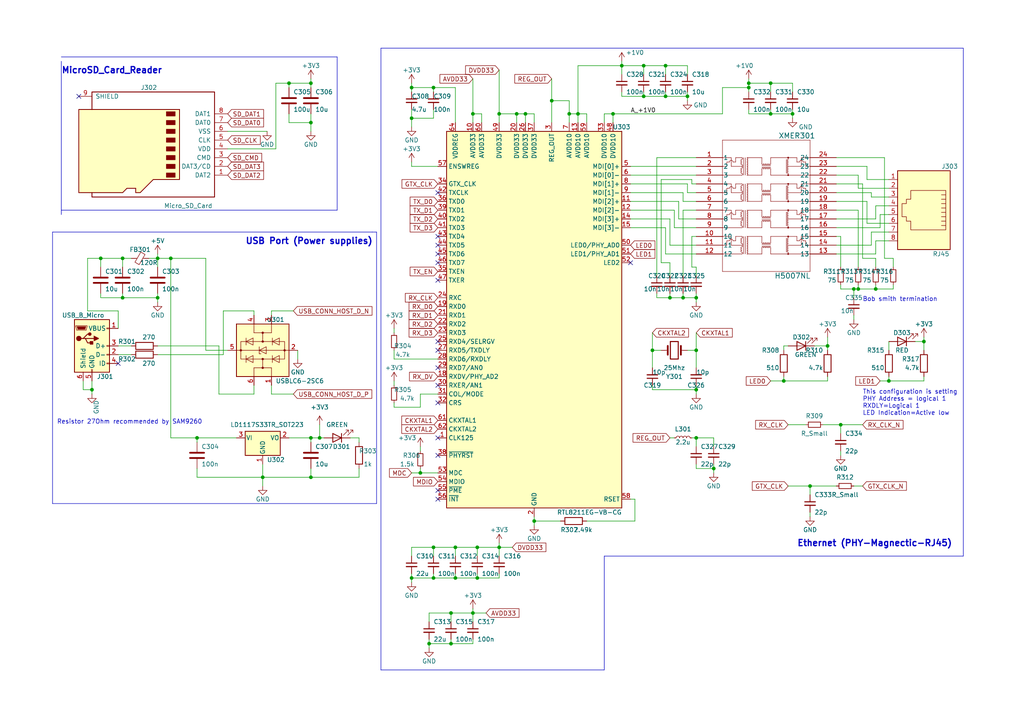
<source format=kicad_sch>
(kicad_sch (version 20230121) (generator eeschema)
  (paper "A4")
  (junction (at 165.1 33.02))
  (junction (at 137.16 177.8))
  (junction (at 217.17 24.13))
  (junction (at 144.78 33.02))
  (junction (at 194.31 86.36))
  (junction (at 201.93 101.6))
  (junction (at 193.04 27.94))
  (junction (at 90.17 24.13))
  (junction (at 144.78 158.75))
  (junction (at 125.73 167.64))
  (junction (at 247.65 83.82))
  (junction (at 217.17 25.4))
  (junction (at 132.08 158.75))
  (junction (at 83.82 24.13))
  (junction (at 130.81 186.69))
  (junction (at 45.72 74.93))
  (junction (at 243.84 123.19))
  (junction (at 152.4 33.02))
  (junction (at 198.12 86.36))
  (junction (at 124.46 186.69))
  (junction (at 186.69 27.94))
  (junction (at 199.39 27.94))
  (junction (at 229.87 33.02))
  (junction (at 138.43 167.64))
  (junction (at 90.17 127))
  (junction (at 177.8 33.02))
  (junction (at 180.34 19.05))
  (junction (at 92.71 127))
  (junction (at 90.17 35.56))
  (junction (at 130.81 177.8))
  (junction (at 234.95 140.97))
  (junction (at 45.72 86.36))
  (junction (at 90.17 138.43))
  (junction (at 121.92 137.16))
  (junction (at 57.15 127))
  (junction (at 186.69 19.05))
  (junction (at 125.73 25.4))
  (junction (at 223.52 33.02))
  (junction (at 207.01 135.89))
  (junction (at 189.23 101.6))
  (junction (at 26.67 113.03))
  (junction (at 125.73 158.75))
  (junction (at 201.93 113.03))
  (junction (at 201.93 127))
  (junction (at 119.38 25.4))
  (junction (at 137.16 33.02))
  (junction (at 132.08 167.64))
  (junction (at 160.02 29.21))
  (junction (at 35.56 86.36))
  (junction (at 227.33 110.49))
  (junction (at 267.97 99.06))
  (junction (at 29.21 74.93))
  (junction (at 149.86 33.02))
  (junction (at 49.53 74.93))
  (junction (at 257.81 110.49))
  (junction (at 154.94 151.13))
  (junction (at 138.43 158.75))
  (junction (at 193.04 19.05))
  (junction (at 167.64 33.02))
  (junction (at 223.52 24.13))
  (junction (at 35.56 74.93))
  (junction (at 240.03 100.33))
  (junction (at 119.38 167.64))
  (junction (at 248.92 83.82))
  (junction (at 254 83.82))
  (junction (at 76.2 138.43))
  (junction (at 119.38 34.29))
  (junction (at 201.93 86.36))
  (no_connect (at 127 106.68))
  (no_connect (at 127 101.6))
  (no_connect (at 22.86 27.94))
  (no_connect (at 127 132.08))
  (no_connect (at 127 55.88))
  (no_connect (at 127 142.24))
  (no_connect (at 127 81.28))
  (no_connect (at 182.88 76.2))
  (no_connect (at 127 76.2))
  (no_connect (at 34.29 105.41))
  (no_connect (at 127 144.78))
  (no_connect (at 127 68.58))
  (no_connect (at 127 73.66))
  (no_connect (at 127 71.12))
  (no_connect (at 127 116.84))
  (no_connect (at 127 111.76))
  (no_connect (at 127 127))
  (no_connect (at 127 99.06))
  (wire (pts (xy 223.52 24.13) (xy 217.17 24.13)))
  (wire (pts (xy 121.92 137.16) (xy 127 137.16)))
  (wire (pts (xy 90.17 35.56) (xy 90.17 38.1)))
  (wire (pts (xy 199.39 27.94) (xy 199.39 29.21)))
  (wire (pts (xy 201.93 71.12) (xy 194.31 71.12)))
  (wire (pts (xy 104.14 127) (xy 104.14 128.27)))
  (wire (pts (xy 234.95 148.59) (xy 234.95 149.86)))
  (wire (pts (xy 114.3 116.84) (xy 114.3 118.11)))
  (wire (pts (xy 257.81 52.07) (xy 251.46 52.07)))
  (wire (pts (xy 59.69 101.6) (xy 66.04 101.6)))
  (wire (pts (xy 49.53 74.93) (xy 59.69 74.93)))
  (wire (pts (xy 132.08 167.64) (xy 138.43 167.64)))
  (wire (pts (xy 119.38 166.37) (xy 119.38 167.64)))
  (wire (pts (xy 259.08 83.82) (xy 254 83.82)))
  (wire (pts (xy 259.08 82.55) (xy 259.08 83.82)))
  (wire (pts (xy 119.38 167.64) (xy 119.38 168.91)))
  (wire (pts (xy 149.86 33.02) (xy 144.78 33.02)))
  (wire (pts (xy 267.97 99.06) (xy 267.97 97.79)))
  (wire (pts (xy 191.77 52.07) (xy 200.66 52.07)))
  (wire (pts (xy 217.17 33.02) (xy 223.52 33.02)))
  (wire (pts (xy 154.94 149.86) (xy 154.94 151.13)))
  (wire (pts (xy 49.53 74.93) (xy 49.53 127)))
  (wire (pts (xy 92.71 127) (xy 93.98 127)))
  (wire (pts (xy 63.5 114.3) (xy 73.66 114.3)))
  (wire (pts (xy 223.52 110.49) (xy 227.33 110.49)))
  (wire (pts (xy 189.23 111.76) (xy 189.23 113.03)))
  (polyline (pts (xy 15.24 67.31) (xy 107.95 67.31)))
  (wire (pts (xy 119.38 25.4) (xy 119.38 26.67)))
  (wire (pts (xy 119.38 34.29) (xy 119.38 36.83)))
  (wire (pts (xy 45.72 86.36) (xy 45.72 87.63)))
  (wire (pts (xy 248.92 82.55) (xy 248.92 83.82)))
  (wire (pts (xy 195.58 66.04) (xy 195.58 60.96)))
  (wire (pts (xy 207.01 127) (xy 201.93 127)))
  (wire (pts (xy 29.21 74.93) (xy 35.56 74.93)))
  (wire (pts (xy 248.92 83.82) (xy 247.65 83.82)))
  (wire (pts (xy 254 82.55) (xy 254 83.82)))
  (wire (pts (xy 24.13 113.03) (xy 26.67 113.03)))
  (wire (pts (xy 73.66 90.17) (xy 73.66 91.44)))
  (wire (pts (xy 90.17 127) (xy 90.17 128.27)))
  (wire (pts (xy 138.43 158.75) (xy 138.43 161.29)))
  (wire (pts (xy 255.27 66.04) (xy 242.57 66.04)))
  (wire (pts (xy 201.93 127) (xy 201.93 129.54)))
  (wire (pts (xy 201.93 134.62) (xy 201.93 135.89)))
  (wire (pts (xy 254 83.82) (xy 248.92 83.82)))
  (wire (pts (xy 57.15 127) (xy 57.15 128.27)))
  (wire (pts (xy 83.82 24.13) (xy 90.17 24.13)))
  (wire (pts (xy 152.4 33.02) (xy 152.4 35.56)))
  (wire (pts (xy 45.72 100.33) (xy 63.5 100.33)))
  (wire (pts (xy 255.27 110.49) (xy 257.81 110.49)))
  (wire (pts (xy 257.81 64.77) (xy 251.46 64.77)))
  (wire (pts (xy 201.93 55.88) (xy 199.39 55.88)))
  (wire (pts (xy 229.87 31.75) (xy 229.87 33.02)))
  (wire (pts (xy 254 63.5) (xy 242.57 63.5)))
  (wire (pts (xy 35.56 86.36) (xy 45.72 86.36)))
  (wire (pts (xy 240.03 100.33) (xy 240.03 101.6)))
  (wire (pts (xy 186.69 19.05) (xy 180.34 19.05)))
  (wire (pts (xy 26.67 110.49) (xy 26.67 113.03)))
  (wire (pts (xy 132.08 25.4) (xy 132.08 35.56)))
  (wire (pts (xy 254 69.85) (xy 254 73.66)))
  (polyline (pts (xy 17.78 16.51) (xy 97.79 16.51)))
  (wire (pts (xy 251.46 52.07) (xy 251.46 48.26)))
  (wire (pts (xy 201.93 113.03) (xy 201.93 111.76)))
  (wire (pts (xy 154.94 33.02) (xy 152.4 33.02)))
  (wire (pts (xy 193.04 21.59) (xy 193.04 19.05)))
  (wire (pts (xy 125.73 158.75) (xy 125.73 161.29)))
  (wire (pts (xy 257.81 69.85) (xy 254 69.85)))
  (wire (pts (xy 121.92 129.54) (xy 121.92 130.81)))
  (wire (pts (xy 194.31 86.36) (xy 198.12 86.36)))
  (wire (pts (xy 189.23 101.6) (xy 189.23 96.52)))
  (wire (pts (xy 199.39 26.67) (xy 199.39 27.94)))
  (wire (pts (xy 198.12 85.09) (xy 198.12 86.36)))
  (wire (pts (xy 201.93 66.04) (xy 195.58 66.04)))
  (wire (pts (xy 193.04 19.05) (xy 186.69 19.05)))
  (wire (pts (xy 90.17 35.56) (xy 83.82 35.56)))
  (wire (pts (xy 90.17 127) (xy 92.71 127)))
  (wire (pts (xy 200.66 68.58) (xy 201.93 68.58)))
  (wire (pts (xy 124.46 185.42) (xy 124.46 186.69)))
  (wire (pts (xy 217.17 25.4) (xy 217.17 26.67)))
  (wire (pts (xy 251.46 64.77) (xy 251.46 58.42)))
  (wire (pts (xy 240.03 109.22) (xy 240.03 110.49)))
  (wire (pts (xy 194.31 71.12) (xy 194.31 63.5)))
  (wire (pts (xy 229.87 24.13) (xy 223.52 24.13)))
  (wire (pts (xy 49.53 127) (xy 57.15 127)))
  (wire (pts (xy 191.77 76.2) (xy 191.77 52.07)))
  (wire (pts (xy 207.01 135.89) (xy 207.01 134.62)))
  (wire (pts (xy 196.85 58.42) (xy 182.88 58.42)))
  (wire (pts (xy 247.65 140.97) (xy 250.19 140.97)))
  (wire (pts (xy 127 114.3) (xy 121.92 114.3)))
  (polyline (pts (xy 175.26 161.29) (xy 175.26 194.31)))
  (wire (pts (xy 35.56 74.93) (xy 35.56 77.47)))
  (wire (pts (xy 104.14 135.89) (xy 104.14 138.43)))
  (wire (pts (xy 144.78 157.48) (xy 144.78 158.75)))
  (wire (pts (xy 25.4 90.17) (xy 34.29 90.17)))
  (wire (pts (xy 234.95 140.97) (xy 234.95 143.51)))
  (wire (pts (xy 193.04 73.66) (xy 193.04 66.04)))
  (wire (pts (xy 35.56 74.93) (xy 38.1 74.93)))
  (wire (pts (xy 125.73 167.64) (xy 132.08 167.64)))
  (wire (pts (xy 240.03 110.49) (xy 227.33 110.49)))
  (wire (pts (xy 45.72 73.66) (xy 45.72 74.93)))
  (wire (pts (xy 66.04 43.18) (xy 80.01 43.18)))
  (wire (pts (xy 257.81 54.61) (xy 248.92 54.61)))
  (wire (pts (xy 199.39 55.88) (xy 199.39 53.34)))
  (wire (pts (xy 257.81 99.06) (xy 257.81 101.6)))
  (wire (pts (xy 78.74 111.76) (xy 78.74 114.3)))
  (wire (pts (xy 137.16 177.8) (xy 130.81 177.8)))
  (wire (pts (xy 73.66 114.3) (xy 73.66 111.76)))
  (wire (pts (xy 165.1 33.02) (xy 165.1 29.21)))
  (wire (pts (xy 45.72 77.47) (xy 45.72 74.93)))
  (wire (pts (xy 175.26 33.02) (xy 177.8 33.02)))
  (wire (pts (xy 90.17 24.13) (xy 90.17 25.4)))
  (wire (pts (xy 199.39 53.34) (xy 182.88 53.34)))
  (wire (pts (xy 29.21 85.09) (xy 29.21 86.36)))
  (wire (pts (xy 217.17 25.4) (xy 209.55 25.4)))
  (wire (pts (xy 139.7 35.56) (xy 139.7 33.02)))
  (wire (pts (xy 209.55 25.4) (xy 209.55 33.02)))
  (wire (pts (xy 167.64 19.05) (xy 180.34 19.05)))
  (wire (pts (xy 201.93 135.89) (xy 207.01 135.89)))
  (wire (pts (xy 76.2 138.43) (xy 76.2 140.97)))
  (wire (pts (xy 198.12 58.42) (xy 198.12 55.88)))
  (wire (pts (xy 198.12 60.96) (xy 201.93 60.96)))
  (wire (pts (xy 86.36 101.6) (xy 86.36 104.14)))
  (wire (pts (xy 124.46 177.8) (xy 124.46 180.34)))
  (wire (pts (xy 267.97 99.06) (xy 267.97 101.6)))
  (wire (pts (xy 29.21 74.93) (xy 29.21 77.47)))
  (wire (pts (xy 104.14 138.43) (xy 90.17 138.43)))
  (wire (pts (xy 201.93 63.5) (xy 196.85 63.5)))
  (wire (pts (xy 83.82 35.56) (xy 83.82 33.02)))
  (wire (pts (xy 194.31 76.2) (xy 191.77 76.2)))
  (wire (pts (xy 201.93 101.6) (xy 201.93 96.52)))
  (wire (pts (xy 144.78 158.75) (xy 138.43 158.75)))
  (wire (pts (xy 130.81 177.8) (xy 130.81 180.34)))
  (wire (pts (xy 184.15 151.13) (xy 170.18 151.13)))
  (wire (pts (xy 170.18 33.02) (xy 167.64 33.02)))
  (wire (pts (xy 223.52 33.02) (xy 229.87 33.02)))
  (wire (pts (xy 64.77 102.87) (xy 64.77 90.17)))
  (wire (pts (xy 248.92 60.96) (xy 248.92 77.47)))
  (wire (pts (xy 194.31 63.5) (xy 182.88 63.5)))
  (wire (pts (xy 24.13 110.49) (xy 24.13 113.03)))
  (wire (pts (xy 138.43 167.64) (xy 144.78 167.64)))
  (wire (pts (xy 195.58 60.96) (xy 182.88 60.96)))
  (polyline (pts (xy 15.24 146.05) (xy 109.22 146.05)))
  (wire (pts (xy 193.04 66.04) (xy 182.88 66.04)))
  (wire (pts (xy 247.65 83.82) (xy 243.84 83.82)))
  (wire (pts (xy 198.12 80.01) (xy 198.12 60.96)))
  (wire (pts (xy 189.23 106.68) (xy 189.23 101.6)))
  (wire (pts (xy 200.66 53.34) (xy 201.93 53.34)))
  (wire (pts (xy 177.8 33.02) (xy 177.8 35.56)))
  (wire (pts (xy 144.78 158.75) (xy 148.59 158.75)))
  (wire (pts (xy 64.77 90.17) (xy 73.66 90.17)))
  (wire (pts (xy 119.38 158.75) (xy 125.73 158.75)))
  (wire (pts (xy 242.57 60.96) (xy 248.92 60.96)))
  (wire (pts (xy 125.73 31.75) (xy 125.73 34.29)))
  (polyline (pts (xy 109.22 146.05) (xy 109.22 67.31)))
  (wire (pts (xy 243.84 68.58) (xy 243.84 77.47)))
  (wire (pts (xy 78.74 114.3) (xy 85.09 114.3)))
  (polyline (pts (xy 107.95 67.31) (xy 109.22 67.31)))
  (wire (pts (xy 57.15 138.43) (xy 76.2 138.43)))
  (wire (pts (xy 180.34 19.05) (xy 180.34 21.59)))
  (wire (pts (xy 217.17 22.86) (xy 217.17 24.13)))
  (wire (pts (xy 167.64 33.02) (xy 167.64 35.56)))
  (wire (pts (xy 247.65 83.82) (xy 247.65 86.36)))
  (polyline (pts (xy 17.78 17.78) (xy 17.78 62.23)))
  (wire (pts (xy 198.12 55.88) (xy 182.88 55.88)))
  (wire (pts (xy 189.23 113.03) (xy 201.93 113.03)))
  (wire (pts (xy 175.26 33.02) (xy 175.26 35.56)))
  (wire (pts (xy 177.8 33.02) (xy 209.55 33.02)))
  (wire (pts (xy 90.17 135.89) (xy 90.17 138.43)))
  (wire (pts (xy 242.57 45.72) (xy 256.54 45.72)))
  (wire (pts (xy 196.85 63.5) (xy 196.85 58.42)))
  (wire (pts (xy 162.56 151.13) (xy 154.94 151.13)))
  (wire (pts (xy 198.12 86.36) (xy 201.93 86.36)))
  (wire (pts (xy 180.34 17.78) (xy 180.34 19.05)))
  (wire (pts (xy 243.84 123.19) (xy 243.84 125.73)))
  (wire (pts (xy 137.16 33.02) (xy 137.16 35.56)))
  (wire (pts (xy 114.3 95.25) (xy 114.3 96.52)))
  (wire (pts (xy 34.29 90.17) (xy 34.29 95.25)))
  (wire (pts (xy 90.17 33.02) (xy 90.17 35.56)))
  (wire (pts (xy 257.81 62.23) (xy 255.27 62.23)))
  (wire (pts (xy 190.5 85.09) (xy 190.5 86.36)))
  (wire (pts (xy 92.71 123.19) (xy 92.71 127)))
  (wire (pts (xy 38.1 102.87) (xy 34.29 102.87)))
  (wire (pts (xy 201.93 85.09) (xy 201.93 86.36)))
  (wire (pts (xy 138.43 158.75) (xy 132.08 158.75)))
  (wire (pts (xy 35.56 85.09) (xy 35.56 86.36)))
  (polyline (pts (xy 17.78 60.96) (xy 97.79 60.96)))
  (wire (pts (xy 250.19 53.34) (xy 250.19 74.93)))
  (wire (pts (xy 119.38 34.29) (xy 125.73 34.29)))
  (wire (pts (xy 144.78 33.02) (xy 144.78 35.56)))
  (wire (pts (xy 199.39 19.05) (xy 193.04 19.05)))
  (wire (pts (xy 194.31 127) (xy 195.58 127)))
  (wire (pts (xy 132.08 158.75) (xy 125.73 158.75)))
  (wire (pts (xy 154.94 151.13) (xy 154.94 152.4)))
  (wire (pts (xy 199.39 21.59) (xy 199.39 19.05)))
  (wire (pts (xy 201.93 80.01) (xy 201.93 77.47)))
  (wire (pts (xy 165.1 33.02) (xy 165.1 35.56)))
  (wire (pts (xy 223.52 31.75) (xy 223.52 33.02)))
  (wire (pts (xy 121.92 135.89) (xy 121.92 137.16)))
  (wire (pts (xy 63.5 100.33) (xy 63.5 114.3)))
  (wire (pts (xy 234.95 140.97) (xy 242.57 140.97)))
  (wire (pts (xy 229.87 33.02) (xy 229.87 34.29)))
  (wire (pts (xy 38.1 100.33) (xy 34.29 100.33)))
  (wire (pts (xy 257.81 110.49) (xy 267.97 110.49)))
  (wire (pts (xy 130.81 185.42) (xy 130.81 186.69)))
  (wire (pts (xy 25.4 74.93) (xy 29.21 74.93)))
  (wire (pts (xy 201.93 106.68) (xy 201.93 101.6)))
  (wire (pts (xy 229.87 24.13) (xy 229.87 26.67)))
  (wire (pts (xy 242.57 53.34) (xy 250.19 53.34)))
  (wire (pts (xy 132.08 166.37) (xy 132.08 167.64)))
  (wire (pts (xy 193.04 27.94) (xy 193.04 26.67)))
  (polyline (pts (xy 279.4 13.97) (xy 279.4 161.29)))
  (wire (pts (xy 200.66 52.07) (xy 200.66 53.34)))
  (wire (pts (xy 251.46 58.42) (xy 242.57 58.42)))
  (wire (pts (xy 114.3 104.14) (xy 114.3 101.6)))
  (wire (pts (xy 199.39 101.6) (xy 201.93 101.6)))
  (wire (pts (xy 80.01 24.13) (xy 83.82 24.13)))
  (wire (pts (xy 125.73 166.37) (xy 125.73 167.64)))
  (wire (pts (xy 137.16 176.53) (xy 137.16 177.8)))
  (wire (pts (xy 138.43 166.37) (xy 138.43 167.64)))
  (wire (pts (xy 149.86 33.02) (xy 149.86 35.56)))
  (wire (pts (xy 119.38 25.4) (xy 125.73 25.4)))
  (wire (pts (xy 59.69 101.6) (xy 59.69 74.93)))
  (wire (pts (xy 119.38 46.99) (xy 119.38 48.26)))
  (wire (pts (xy 200.66 127) (xy 201.93 127)))
  (wire (pts (xy 227.33 110.49) (xy 227.33 109.22)))
  (wire (pts (xy 236.22 100.33) (xy 240.03 100.33)))
  (wire (pts (xy 252.73 57.15) (xy 252.73 55.88)))
  (wire (pts (xy 130.81 177.8) (xy 124.46 177.8)))
  (wire (pts (xy 247.65 91.44) (xy 247.65 92.71)))
  (wire (pts (xy 124.46 186.69) (xy 124.46 187.96)))
  (wire (pts (xy 190.5 80.01) (xy 190.5 45.72)))
  (wire (pts (xy 144.78 167.64) (xy 144.78 166.37)))
  (wire (pts (xy 57.15 135.89) (xy 57.15 138.43)))
  (wire (pts (xy 259.08 74.93) (xy 259.08 77.47)))
  (wire (pts (xy 184.15 144.78) (xy 184.15 151.13)))
  (wire (pts (xy 130.81 186.69) (xy 137.16 186.69)))
  (polyline (pts (xy 15.24 67.31) (xy 15.24 146.05)))
  (wire (pts (xy 254 73.66) (xy 242.57 73.66)))
  (wire (pts (xy 201.93 73.66) (xy 193.04 73.66)))
  (wire (pts (xy 254 59.69) (xy 254 63.5)))
  (wire (pts (xy 78.74 90.17) (xy 85.09 90.17)))
  (wire (pts (xy 119.38 137.16) (xy 121.92 137.16)))
  (wire (pts (xy 167.64 33.02) (xy 165.1 33.02)))
  (wire (pts (xy 194.31 85.09) (xy 194.31 86.36)))
  (polyline (pts (xy 175.26 194.31) (xy 110.49 194.31)))
  (wire (pts (xy 121.92 118.11) (xy 114.3 118.11)))
  (wire (pts (xy 256.54 45.72) (xy 256.54 74.93)))
  (wire (pts (xy 121.92 114.3) (xy 121.92 118.11)))
  (wire (pts (xy 227.33 100.33) (xy 227.33 101.6)))
  (wire (pts (xy 190.5 45.72) (xy 201.93 45.72)))
  (wire (pts (xy 267.97 109.22) (xy 267.97 110.49)))
  (wire (pts (xy 119.38 24.13) (xy 119.38 25.4)))
  (wire (pts (xy 80.01 43.18) (xy 80.01 24.13)))
  (wire (pts (xy 119.38 48.26) (xy 127 48.26)))
  (wire (pts (xy 207.01 129.54) (xy 207.01 127)))
  (wire (pts (xy 170.18 35.56) (xy 170.18 33.02)))
  (wire (pts (xy 119.38 31.75) (xy 119.38 34.29)))
  (wire (pts (xy 186.69 19.05) (xy 186.69 21.59)))
  (wire (pts (xy 228.6 100.33) (xy 227.33 100.33)))
  (wire (pts (xy 78.74 91.44) (xy 78.74 90.17)))
  (wire (pts (xy 252.73 71.12) (xy 242.57 71.12)))
  (wire (pts (xy 252.73 67.31) (xy 252.73 71.12)))
  (wire (pts (xy 114.3 110.49) (xy 114.3 111.76)))
  (wire (pts (xy 90.17 22.86) (xy 90.17 24.13)))
  (wire (pts (xy 201.93 86.36) (xy 201.93 87.63)))
  (wire (pts (xy 182.88 50.8) (xy 201.93 50.8)))
  (wire (pts (xy 223.52 24.13) (xy 223.52 26.67)))
  (wire (pts (xy 45.72 102.87) (xy 64.77 102.87)))
  (wire (pts (xy 114.3 104.14) (xy 127 104.14)))
  (wire (pts (xy 137.16 22.86) (xy 137.16 33.02)))
  (wire (pts (xy 257.81 109.22) (xy 257.81 110.49)))
  (wire (pts (xy 101.6 127) (xy 104.14 127)))
  (wire (pts (xy 160.02 29.21) (xy 160.02 35.56)))
  (wire (pts (xy 257.81 59.69) (xy 254 59.69)))
  (wire (pts (xy 228.6 140.97) (xy 234.95 140.97)))
  (polyline (pts (xy 110.49 194.31) (xy 110.49 13.97)))
  (wire (pts (xy 251.46 48.26) (xy 242.57 48.26)))
  (wire (pts (xy 199.39 27.94) (xy 193.04 27.94)))
  (wire (pts (xy 119.38 158.75) (xy 119.38 161.29)))
  (wire (pts (xy 45.72 85.09) (xy 45.72 86.36)))
  (wire (pts (xy 66.04 38.1) (xy 77.47 38.1)))
  (wire (pts (xy 132.08 158.75) (xy 132.08 161.29)))
  (wire (pts (xy 144.78 161.29) (xy 144.78 158.75)))
  (wire (pts (xy 165.1 29.21) (xy 160.02 29.21)))
  (wire (pts (xy 144.78 20.32) (xy 144.78 33.02)))
  (wire (pts (xy 194.31 80.01) (xy 194.31 76.2)))
  (wire (pts (xy 125.73 25.4) (xy 132.08 25.4)))
  (wire (pts (xy 83.82 25.4) (xy 83.82 24.13)))
  (wire (pts (xy 207.01 135.89) (xy 207.01 137.16)))
  (wire (pts (xy 154.94 35.56) (xy 154.94 33.02)))
  (wire (pts (xy 186.69 26.67) (xy 186.69 27.94)))
  (wire (pts (xy 137.16 177.8) (xy 140.97 177.8)))
  (wire (pts (xy 240.03 100.33) (xy 240.03 97.79)))
  (wire (pts (xy 137.16 180.34) (xy 137.16 177.8)))
  (wire (pts (xy 242.57 68.58) (xy 243.84 68.58)))
  (wire (pts (xy 182.88 144.78) (xy 184.15 144.78)))
  (wire (pts (xy 217.17 31.75) (xy 217.17 33.02)))
  (wire (pts (xy 248.92 50.8) (xy 242.57 50.8)))
  (wire (pts (xy 252.73 55.88) (xy 242.57 55.88)))
  (wire (pts (xy 190.5 86.36) (xy 194.31 86.36)))
  (wire (pts (xy 167.64 19.05) (xy 167.64 33.02)))
  (wire (pts (xy 200.66 77.47) (xy 200.66 68.58)))
  (wire (pts (xy 256.54 74.93) (xy 259.08 74.93)))
  (wire (pts (xy 243.84 83.82) (xy 243.84 82.55)))
  (wire (pts (xy 45.72 74.93) (xy 49.53 74.93)))
  (wire (pts (xy 119.38 167.64) (xy 125.73 167.64)))
  (wire (pts (xy 90.17 138.43) (xy 76.2 138.43)))
  (wire (pts (xy 43.18 74.93) (xy 45.72 74.93)))
  (wire (pts (xy 180.34 27.94) (xy 186.69 27.94)))
  (wire (pts (xy 191.77 101.6) (xy 189.23 101.6)))
  (wire (pts (xy 124.46 186.69) (xy 130.81 186.69)))
  (wire (pts (xy 201.93 58.42) (xy 198.12 58.42)))
  (wire (pts (xy 137.16 186.69) (xy 137.16 185.42)))
  (wire (pts (xy 83.82 127) (xy 90.17 127)))
  (wire (pts (xy 160.02 22.86) (xy 160.02 29.21)))
  (polyline (pts (xy 97.79 60.96) (xy 97.79 16.51)))
  (wire (pts (xy 248.92 54.61) (xy 248.92 50.8)))
  (wire (pts (xy 68.58 127) (xy 57.15 127)))
  (wire (pts (xy 254 74.93) (xy 254 77.47)))
  (wire (pts (xy 228.6 123.19) (xy 233.68 123.19)))
  (polyline (pts (xy 279.4 161.29) (xy 175.26 161.29)))
  (wire (pts (xy 152.4 33.02) (xy 149.86 33.02)))
  (wire (pts (xy 257.81 57.15) (xy 252.73 57.15)))
  (wire (pts (xy 25.4 74.93) (xy 25.4 90.17)))
  (wire (pts (xy 238.76 123.19) (xy 243.84 123.19)))
  (wire (pts (xy 180.34 26.67) (xy 180.34 27.94)))
  (wire (pts (xy 257.81 67.31) (xy 252.73 67.31)))
  (wire (pts (xy 26.67 113.03) (xy 26.67 114.3)))
  (wire (pts (xy 125.73 25.4) (xy 125.73 26.67)))
  (wire (pts (xy 201.93 113.03) (xy 201.93 114.3)))
  (wire (pts (xy 255.27 62.23) (xy 255.27 66.04)))
  (wire (pts (xy 201.93 77.47) (xy 200.66 77.47)))
  (wire (pts (xy 35.56 86.36) (xy 29.21 86.36)))
  (wire (pts (xy 265.43 99.06) (xy 267.97 99.06)))
  (wire (pts (xy 243.84 123.19) (xy 250.19 123.19)))
  (wire (pts (xy 182.88 48.26) (xy 201.93 48.26)))
  (wire (pts (xy 250.19 74.93) (xy 254 74.93)))
  (polyline (pts (xy 110.49 13.97) (xy 279.4 13.97)))
  (wire (pts (xy 243.84 130.81) (xy 243.84 132.08)))
  (wire (pts (xy 186.69 27.94) (xy 193.04 27.94)))
  (wire (pts (xy 139.7 33.02) (xy 137.16 33.02)))
  (wire (pts (xy 76.2 134.62) (xy 76.2 138.43)))
  (wire (pts (xy 217.17 25.4) (xy 217.17 24.13)))
  (text "USB Port (Power supplies)" (at 71.12 71.12 0) (effects (font (size 1.8 1.8) (thickness 0.36) bold) (justify left bottom)))
  (text "Ethernet (PHY-Magnectic-RJ45)" (at 231.14 158.75 0) (effects (font (size 1.8 1.8) (thickness 0.36) bold) (justify left bottom)))
  (text "Resistor 27Ohm recommended by SAM9260\n" (at 16.51 123.19 0) (effects (font (size 1.27 1.27)) (justify left bottom)))
  (text "MicroSD_Card_Reader\n" (at 17.78 21.59 0) (effects (font (size 1.8 1.8) (thickness 0.36) bold) (justify left bottom)))
  (text "This configuration is setting \nPHY Address = logical 1\nRXDLY=Logical 1\nLED Indication=Active low" (at 250.19 120.65 0) (effects (font (size 1.27 1.27)) (justify left bottom)))
  (text "Bob smith termination " (at 250.19 87.63 0) (effects (font (size 1.27 1.27)) (justify left bottom)))
  (label "A_+1V0" (at 182.88 33.02 0))
  (global_label "REG_OUT" (shape input) (at 160.02 22.86 180) (property "Intersheetrefs" "${INTERSHEET_REFS}" (effects hide)))
  (global_label "AVDD33" (shape input) (at 140.97 177.8 0) (property "Intersheetrefs" "${INTERSHEET_REFS}" (effects hide)))
  (global_label "DVDD33" (shape input) (at 144.78 20.32 180) (property "Intersheetrefs" "${INTERSHEET_REFS}" (effects hide)))
  (global_label "REG_OUT" (shape input) (at 194.31 127 180) (property "Intersheetrefs" "${INTERSHEET_REFS}" (effects hide)))
  (global_label "SD_DAT2" (shape input) (at 66.04 50.8 0) (property "Intersheetrefs" "${INTERSHEET_REFS}" (effects hide)))
  (global_label "RX_D1" (shape input) (at 127 91.44 180) (property "Intersheetrefs" "${INTERSHEET_REFS}" (effects hide)))
  (global_label "USB_CONN_HOST_D_P" (shape input) (at 85.09 114.3 0) (property "Intersheetrefs" "${INTERSHEET_REFS}" (effects hide)))
  (global_label "RX_DV" (shape input) (at 127 109.22 180) (property "Intersheetrefs" "${INTERSHEET_REFS}" (effects hide)))
  (global_label "LED1" (shape input) (at 255.27 110.49 180) (property "Intersheetrefs" "${INTERSHEET_REFS}" (effects hide)))
  (global_label "MDIO" (shape input) (at 127 139.7 180) (property "Intersheetrefs" "${INTERSHEET_REFS}" (effects hide)))
  (global_label "TX_D3" (shape input) (at 127 66.04 180) (property "Intersheetrefs" "${INTERSHEET_REFS}" (effects hide)))
  (global_label "CKXTAL2" (shape input) (at 127 124.46 180) (property "Intersheetrefs" "${INTERSHEET_REFS}" (effects hide)))
  (global_label "SD_CMD" (shape input) (at 66.04 45.72 0) (property "Intersheetrefs" "${INTERSHEET_REFS}" (effects hide)))
  (global_label "RX_CLK" (shape input) (at 228.6 123.19 180) (property "Intersheetrefs" "${INTERSHEET_REFS}" (effects hide)))
  (global_label "SD_DAT1" (shape input) (at 66.04 33.02 0) (property "Intersheetrefs" "${INTERSHEET_REFS}" (effects hide)))
  (global_label "RX_D0" (shape input) (at 127 88.9 180) (property "Intersheetrefs" "${INTERSHEET_REFS}" (effects hide)))
  (global_label "LED1" (shape input) (at 182.88 73.66 0) (property "Intersheetrefs" "${INTERSHEET_REFS}" (effects hide)))
  (global_label "GTX_CLK" (shape input) (at 228.6 140.97 180) (property "Intersheetrefs" "${INTERSHEET_REFS}" (effects hide)))
  (global_label "TX_EN" (shape input) (at 127 78.74 180) (property "Intersheetrefs" "${INTERSHEET_REFS}" (effects hide)))
  (global_label "LED0" (shape input) (at 223.52 110.49 180) (property "Intersheetrefs" "${INTERSHEET_REFS}" (effects hide)))
  (global_label "TX_D1" (shape input) (at 127 60.96 180) (property "Intersheetrefs" "${INTERSHEET_REFS}" (effects hide)))
  (global_label "DVDD33" (shape input) (at 148.59 158.75 0) (property "Intersheetrefs" "${INTERSHEET_REFS}" (effects hide)))
  (global_label "GTX_CLK" (shape input) (at 127 53.34 180) (property "Intersheetrefs" "${INTERSHEET_REFS}" (effects hide)))
  (global_label "SD_DAT0" (shape input) (at 66.04 35.56 0) (property "Intersheetrefs" "${INTERSHEET_REFS}" (effects hide)))
  (global_label "GTX_CLK_N" (shape input) (at 250.19 140.97 0) (property "Intersheetrefs" "${INTERSHEET_REFS}" (effects hide)))
  (global_label "TX_D0" (shape input) (at 127 58.42 180) (property "Intersheetrefs" "${INTERSHEET_REFS}" (effects hide)))
  (global_label "CKXTAL1" (shape input) (at 201.93 96.52 0) (property "Intersheetrefs" "${INTERSHEET_REFS}" (effects hide)))
  (global_label "LED0" (shape input) (at 182.88 71.12 0) (property "Intersheetrefs" "${INTERSHEET_REFS}" (effects hide)))
  (global_label "RX_D3" (shape input) (at 127 96.52 180) (property "Intersheetrefs" "${INTERSHEET_REFS}" (effects hide)))
  (global_label "MDC" (shape input) (at 119.38 137.16 180) (property "Intersheetrefs" "${INTERSHEET_REFS}" (effects hide)))
  (global_label "TX_D2" (shape input) (at 127 63.5 180) (property "Intersheetrefs" "${INTERSHEET_REFS}" (effects hide)))
  (global_label "RX_CLK_N" (shape input) (at 250.19 123.19 0) (property "Intersheetrefs" "${INTERSHEET_REFS}" (effects hide)))
  (global_label "RX_D2" (shape input) (at 127 93.98 180) (property "Intersheetrefs" "${INTERSHEET_REFS}" (effects hide)))
  (global_label "USB_CONN_HOST_D_N" (shape input) (at 85.09 90.17 0) (property "Intersheetrefs" "${INTERSHEET_REFS}" (effects hide)))
  (global_label "CKXTAL2" (shape input) (at 189.23 96.52 0) (property "Intersheetrefs" "${INTERSHEET_REFS}" (effects hide)))
  (global_label "SD_DAT3" (shape input) (at 66.04 48.26 0) (property "Intersheetrefs" "${INTERSHEET_REFS}" (effects hide)))
  (global_label "AVDD33" (shape input) (at 137.16 22.86 180) (property "Intersheetrefs" "${INTERSHEET_REFS}" (effects hide)))
  (global_label "SD_CLK" (shape input) (at 66.04 40.64 0) (property "Intersheetrefs" "${INTERSHEET_REFS}" (effects hide)))
  (global_label "CKXTAL1" (shape input) (at 127 121.92 180) (property "Intersheetrefs" "${INTERSHEET_REFS}" (effects hide)))
  (global_label "RX_CLK" (shape input) (at 127 86.36 180) (property "Intersheetrefs" "${INTERSHEET_REFS}" (effects hide)))
  (symbol (lib_id "Connector:USB_B_Micro") (at 26.67 100.33 0) (unit 1)
    (property "Reference" "J301" (at 30.48 109.22 0))
    (property "Value" "USB_B_Micro" (at 24.13 91.44 0))
    (property "Footprint" "Connector_USB:USB_Micro-B_Molex-105017-0001" (effects hide))
  )
  (symbol (lib_id "power:GND") (at 154.94 152.4 0) (unit 1)
    (property "Reference" "#PWR0210" (effects hide))
    (property "Value" "GND" (at 154.94 156.21 0))
  )
  (symbol (lib_id "Device:C_Small") (at 207.01 132.08 0) (unit 1)
    (property "Reference" "C329" (at 208.28 129.54 0) (effects (justify left)))
    (property "Value" "22p" (at 208.28 134.62 0) (effects (justify left)))
    (property "Footprint" "Capacitor_SMD:C_0402_1005Metric" (effects hide))
  )
  (symbol (lib_id "Device:C") (at 57.15 132.08 0) (unit 1)
    (property "Reference" "C304" (at 58.42 129.54 0) (effects (justify left)))
    (property "Value" "100n" (at 58.42 134.62 0) (effects (justify left)))
    (property "Footprint" "Capacitor_SMD:C_0402_1005Metric" (effects hide))
  )
  (symbol (lib_id "Device:C") (at 35.56 81.28 0) (unit 1)
    (property "Reference" "C302" (at 36.83 78.74 0) (effects (justify left)))
    (property "Value" "100n" (at 36.83 83.82 0) (effects (justify left)))
    (property "Footprint" "Capacitor_SMD:C_0402_1005Metric" (effects hide))
  )
  (symbol (lib_id "power:GND") (at 119.38 168.91 0) (unit 1)
    (property "Reference" "#PWR0201" (effects hide))
    (property "Value" "GND" (at 119.38 172.72 0))
  )
  (symbol (lib_id "Device:C") (at 90.17 29.21 0) (unit 1)
    (property "Reference" "C306" (at 91.44 26.67 0) (effects (justify left)))
    (property "Value" "10u" (at 91.44 31.75 0) (effects (justify left)))
    (property "Footprint" "Capacitor_SMD:C_0603_1608Metric" (effects hide))
  )
  (symbol (lib_id "Device:C_Small") (at 119.38 29.21 0) (unit 1)
    (property "Reference" "C308" (at 119.38 27.94 0) (effects (justify left)))
    (property "Value" "4.7u" (at 119.38 31.75 0) (effects (justify left)))
    (property "Footprint" "Capacitor_SMD:C_0603_1608Metric" (effects hide))
  )
  (symbol (lib_id "Device:C_Small") (at 186.69 24.13 0) (unit 1)
    (property "Reference" "C321" (at 187.96 21.59 0) (effects (justify left)))
    (property "Value" "100n" (at 187.96 26.67 0) (effects (justify left)))
    (property "Footprint" "Capacitor_SMD:C_0402_1005Metric" (effects hide))
  )
  (symbol (lib_id "power:GND") (at 26.67 114.3 0) (unit 1)
    (property "Reference" "#PWR0209" (effects hide))
    (property "Value" "GND" (at 27.94 118.11 90))
  )
  (symbol (lib_id "power:+3V3") (at 119.38 24.13 0) (unit 1)
    (property "Reference" "#PWR0211" (effects hide))
    (property "Value" "+3V3" (at 119.38 20.32 0))
  )
  (symbol (lib_id "Device:C_Small") (at 137.16 182.88 0) (unit 1)
    (property "Reference" "C317" (at 138.43 180.34 0) (effects (justify left)))
    (property "Value" "100n" (at 138.43 185.42 0) (effects (justify left)))
    (property "Footprint" "Capacitor_SMD:C_0402_1005Metric" (effects hide))
  )
  (symbol (lib_id "Device:C_Small") (at 199.39 24.13 0) (unit 1)
    (property "Reference" "C318" (at 200.66 21.59 0) (effects (justify left)))
    (property "Value" "10u" (at 200.66 26.67 0) (effects (justify left)))
    (property "Footprint" "Capacitor_SMD:C_0603_1608Metric" (effects hide))
  )
  (symbol (lib_id "Device:C") (at 45.72 81.28 0) (unit 1)
    (property "Reference" "C303" (at 46.99 78.74 0) (effects (justify left)))
    (property "Value" "100n" (at 46.99 83.82 0) (effects (justify left)))
    (property "Footprint" "Capacitor_SMD:C_0402_1005Metric" (effects hide))
  )
  (symbol (lib_id "power:+1V0") (at 217.17 22.86 0) (unit 1)
    (property "Reference" "#PWR0186" (effects hide))
    (property "Value" "+1V0" (at 215.9 19.05 0))
  )
  (symbol (lib_id "Device:LED") (at 261.62 99.06 180) (unit 1)
    (property "Reference" "D303" (at 261.62 96.52 0))
    (property "Value" "RED" (at 261.62 101.6 0))
    (property "Footprint" "LED_SMD:LED_0603_1608Metric" (effects hide))
  )
  (symbol (lib_id "Device:C_Small") (at 201.93 109.22 180) (unit 1)
    (property "Reference" "C326" (at 204.47 111.76 0) (effects (justify left)))
    (property "Value" "10p" (at 205.74 107.95 0) (effects (justify left)))
    (property "Footprint" "Capacitor_SMD:C_0402_1005Metric" (effects hide))
  )
  (symbol (lib_id "Connector:RJ45") (at 267.97 59.69 180) (unit 1)
    (property "Reference" "J303" (at 273.05 48.26 0) (effects (justify right)))
    (property "Value" "RJ45" (at 270.51 73.66 0) (effects (justify right)))
    (property "Footprint" "Connector_RJ:RJ45_Wuerth_7499010001A_Horizontal" (effects hide))
  )
  (symbol (lib_id "power:+3V3") (at 119.38 46.99 0) (unit 1)
    (property "Reference" "#PWR0212" (effects hide))
    (property "Value" "+3V3" (at 119.38 43.18 0))
  )
  (symbol (lib_id "power:GND") (at 90.17 38.1 0) (unit 1)
    (property "Reference" "#PWR0204" (effects hide))
    (property "Value" "GND" (at 90.17 41.91 0))
  )
  (symbol (lib_id "Device:C_Small") (at 234.95 146.05 0) (unit 1)
    (property "Reference" "C333" (at 236.22 143.51 0) (effects (justify left)))
    (property "Value" "22p" (at 236.22 148.59 0) (effects (justify left)))
    (property "Footprint" "Capacitor_SMD:C_0402_1005Metric" (effects hide))
  )
  (symbol (lib_id "Device:C_Small") (at 180.34 24.13 0) (unit 1)
    (property "Reference" "C328" (at 181.61 21.59 0) (effects (justify left)))
    (property "Value" "100n" (at 181.61 26.67 0) (effects (justify left)))
    (property "Footprint" "Capacitor_SMD:C_0402_1005Metric" (effects hide))
  )
  (symbol (lib_id "Device:C") (at 83.82 29.21 0) (unit 1)
    (property "Reference" "C305" (at 85.09 26.67 0) (effects (justify left)))
    (property "Value" "100u" (at 85.09 31.75 0) (effects (justify left)))
    (property "Footprint" "Capacitor_SMD:C_0402_1005Metric" (effects hide))
  )
  (symbol (lib_id "power:GND") (at 201.93 114.3 0) (unit 1)
    (property "Reference" "#PWR0192" (effects hide))
    (property "Value" "GND" (at 201.93 118.11 0))
  )
  (symbol (lib_id "Device:LED") (at 232.41 100.33 180) (unit 1)
    (property "Reference" "D302" (at 232.41 97.79 0))
    (property "Value" "GREEN" (at 233.68 102.87 0))
    (property "Footprint" "LED_SMD:LED_0603_1608Metric" (effects hide))
  )
  (symbol (lib_id "Device:R") (at 267.97 105.41 180) (unit 1)
    (property "Reference" "R317" (at 266.7 104.14 0) (effects (justify left)))
    (property "Value" "4.7k" (at 266.7 106.68 0) (effects (justify left)))
    (property "Footprint" "Resistor_SMD:R_0402_1005Metric" (effects hide))
  )
  (symbol (lib_id "Device:C_Small") (at 125.73 29.21 0) (unit 1)
    (property "Reference" "C309" (at 125.73 27.94 0) (effects (justify left)))
    (property "Value" "100n" (at 125.73 31.75 0) (effects (justify left)))
    (property "Footprint" "Capacitor_SMD:C_0402_1005Metric" (effects hide))
  )
  (symbol (lib_id "Regulator_Linear:LD1117S33TR_SOT223") (at 76.2 127 0) (unit 1)
    (property "Reference" "U302" (at 80.01 133.35 0))
    (property "Value" "LD1117S33TR_SOT223" (at 77.47 123.19 0))
    (property "Footprint" "Package_TO_SOT_SMD:SOT-223-3_TabPin2" (effects hide))
    (property "Datasheet" "http://www.st.com/st-web-ui/static/active/en/resource/technical/document/datasheet/CD00000544.pdf" (effects hide))
  )
  (symbol (lib_id "Device:C_Small") (at 194.31 82.55 0) (unit 1)
    (property "Reference" "C322" (at 191.77 80.01 0) (effects (justify left)))
    (property "Value" "10n" (at 190.5 83.82 0) (effects (justify left)))
    (property "Footprint" "Capacitor_SMD:C_0402_1005Metric" (effects hide))
  )
  (symbol (lib_id "Device:C_Small") (at 124.46 182.88 0) (unit 1)
    (property "Reference" "C313" (at 125.73 180.34 0) (effects (justify left)))
    (property "Value" "22u" (at 125.73 185.42 0) (effects (justify left)))
    (property "Footprint" "Capacitor_SMD:C_0603_1608Metric" (effects hide))
  )
  (symbol (lib_id "Device:FerriteBead_Small") (at 40.64 74.93 90) (unit 1)
    (property "Reference" "FB301" (at 40.64 72.39 90))
    (property "Value" "120R" (at 43.18 76.2 90))
    (property "Footprint" "Inductor_SMD:L_0603_1608Metric" (effects hide))
  )
  (symbol (lib_id "power:+3V3") (at 240.03 97.79 0) (unit 1)
    (property "Reference" "#PWR0194" (effects hide))
    (property "Value" "+3V3" (at 240.03 93.98 0))
  )
  (symbol (lib_id "power:+3V3") (at 121.92 129.54 0) (unit 1)
    (property "Reference" "#PWR0218" (effects hide))
    (property "Value" "+3V3" (at 118.11 127 0))
  )
  (symbol (lib_id "Device:C_Small") (at 217.17 29.21 0) (unit 1)
    (property "Reference" "C332" (at 218.44 26.67 0) (effects (justify left)))
    (property "Value" "100n" (at 218.44 31.75 0) (effects (justify left)))
    (property "Footprint" "Capacitor_SMD:C_0402_1005Metric" (effects hide))
  )
  (symbol (lib_id "Device:C_Small") (at 125.73 163.83 0) (unit 1)
    (property "Reference" "C311" (at 127 161.29 0) (effects (justify left)))
    (property "Value" "100n" (at 127 166.37 0) (effects (justify left)))
    (property "Footprint" "Capacitor_SMD:C_0402_1005Metric" (effects hide))
  )
  (symbol (lib_id "power:+5V") (at 45.72 73.66 0) (unit 1)
    (property "Reference" "#PWR0202" (effects hide))
    (property "Value" "+5V" (at 45.72 69.85 0))
  )
  (symbol (lib_id "power:+3V3") (at 137.16 176.53 0) (unit 1)
    (property "Reference" "#PWR0200" (effects hide))
    (property "Value" "+3V3" (at 137.16 172.72 0))
  )
  (symbol (lib_id "Device:R_Small") (at 245.11 140.97 90) (unit 1)
    (property "Reference" "R312" (at 245.11 138.43 90))
    (property "Value" "R_Small" (at 245.11 143.51 90))
    (property "Footprint" "Resistor_SMD:R_0402_1005Metric" (effects hide))
  )
  (symbol (lib_id "Device:R") (at 166.37 151.13 270) (unit 1)
    (property "Reference" "R307" (at 162.56 153.67 90) (effects (justify left)))
    (property "Value" "2.49k" (at 166.37 153.67 90) (effects (justify left)))
    (property "Footprint" "Resistor_SMD:R_0402_1005Metric" (effects hide))
  )
  (symbol (lib_id "power:GND") (at 124.46 187.96 0) (unit 1)
    (property "Reference" "#PWR0199" (effects hide))
    (property "Value" "GND" (at 124.46 191.77 0))
  )
  (symbol (lib_id "Device:C_Small") (at 243.84 128.27 0) (unit 1)
    (property "Reference" "C334" (at 245.11 125.73 0) (effects (justify left)))
    (property "Value" "22p" (at 245.11 130.81 0) (effects (justify left)))
    (property "Footprint" "Capacitor_SMD:C_0402_1005Metric" (effects hide))
  )
  (symbol (lib_id "Device:C_Small") (at 190.5 82.55 0) (unit 1)
    (property "Reference" "C320" (at 187.96 80.01 0) (effects (justify left)))
    (property "Value" "10n" (at 186.69 83.82 0) (effects (justify left)))
    (property "Footprint" "Capacitor_SMD:C_0402_1005Metric" (effects hide))
  )
  (symbol (lib_id "power:GND") (at 243.84 132.08 0) (unit 1)
    (property "Reference" "#PWR0188" (effects hide))
    (property "Value" "GND" (at 243.84 135.89 0))
  )
  (symbol (lib_id "Device:C_Small") (at 144.78 163.83 0) (unit 1)
    (property "Reference" "C316" (at 146.05 161.29 0) (effects (justify left)))
    (property "Value" "100n" (at 146.05 166.37 0) (effects (justify left)))
    (property "Footprint" "Capacitor_SMD:C_0402_1005Metric" (effects hide))
  )
  (symbol (lib_id "power:+3V3") (at 90.17 22.86 0) (unit 1)
    (property "Reference" "#PWR0203" (effects hide))
    (property "Value" "+3V3" (at 90.17 19.05 0))
  )
  (symbol (lib_id "power:GND") (at 229.87 34.29 0) (unit 1)
    (property "Reference" "#PWR0187" (effects hide))
    (property "Value" "GND" (at 233.68 36.83 0))
  )
  (symbol (lib_id "Device:R_Small") (at 254 80.01 180) (unit 1)
    (property "Reference" "R314" (at 251.46 78.74 0))
    (property "Value" "75" (at 251.46 81.28 0))
    (property "Footprint" "Resistor_SMD:R_0201_0603Metric" (effects hide))
  )
  (symbol (lib_id "Device:C_Small") (at 201.93 132.08 0) (unit 1)
    (property "Reference" "C327" (at 203.2 129.54 0) (effects (justify left)))
    (property "Value" "22p" (at 203.2 134.62 0) (effects (justify left)))
    (property "Footprint" "Capacitor_SMD:C_0402_1005Metric" (effects hide))
  )
  (symbol (lib_id "power:GND") (at 199.39 29.21 0) (unit 1)
    (property "Reference" "#PWR0184" (effects hide))
    (property "Value" "GND" (at 203.2 30.48 0))
  )
  (symbol (lib_id "Device:C") (at 90.17 132.08 0) (unit 1)
    (property "Reference" "C307" (at 91.44 129.54 0) (effects (justify left)))
    (property "Value" "10u" (at 91.44 134.62 0) (effects (justify left)))
    (property "Footprint" "Capacitor_SMD:C_0603_1608Metric" (effects hide))
  )
  (symbol (lib_id "power:GND") (at 201.93 87.63 0) (unit 1)
    (property "Reference" "#PWR0196" (effects hide))
    (property "Value" "GND" (at 201.93 91.44 0))
  )
  (symbol (lib_id "power:+1V0") (at 180.34 17.78 0) (unit 1)
    (property "Reference" "#PWR0185" (effects hide))
    (property "Value" "+1V0" (at 184.15 15.24 0))
  )
  (symbol (lib_id "Device:C_Small") (at 201.93 82.55 0) (unit 1)
    (property "Reference" "C325" (at 199.39 80.01 0) (effects (justify left)))
    (property "Value" "10n" (at 198.12 83.82 0) (effects (justify left)))
    (property "Footprint" "Capacitor_SMD:C_0402_1005Metric" (effects hide))
  )
  (symbol (lib_id "Device:Crystal") (at 195.58 101.6 180) (unit 1)
    (property "Reference" "Y301" (at 195.58 109.22 0))
    (property "Value" "25Mhz" (at 195.58 106.68 0))
    (property "Footprint" "Crystal:Crystal_SMD_EuroQuartz_MQ2-2Pin_7.0x5.0mm" (effects hide))
  )
  (symbol (lib_id "power:GND") (at 77.47 38.1 0) (unit 1)
    (property "Reference" "#PWR0205" (effects hide))
    (property "Value" "GND" (at 77.47 41.91 0))
  )
  (symbol (lib_id "Device:R_Small") (at 114.3 99.06 180) (unit 1)
    (property "Reference" "R304" (at 116.84 100.33 0))
    (property "Value" "4.7k" (at 116.84 102.87 0))
    (property "Footprint" "Resistor_SMD:R_0402_1005Metric" (effects hide))
  )
  (symbol (lib_id "2023-04-16_03-05-32:H5007NL") (at 201.93 45.72 0) (unit 1)
    (property "Reference" "XMER301" (at 231.14 39.37 0) (effects (font (size 1.524 1.524))))
    (property "Value" "H5007NL" (at 229.87 80.01 0) (effects (font (size 1.524 1.524))))
    (property "Footprint" "HL5007:H5007NL_PUL" (effects hide))
    (property "Datasheet" "H5007NL" (effects hide))
  )
  (symbol (lib_id "Device:R_Small") (at 248.92 80.01 180) (unit 1)
    (property "Reference" "R313" (at 246.38 78.74 0))
    (property "Value" "75" (at 246.38 81.28 0))
    (property "Footprint" "Resistor_SMD:R_0201_0603Metric" (effects hide))
  )
  (symbol (lib_id "power:+3V3") (at 144.78 157.48 0) (unit 1)
    (property "Reference" "#PWR0197" (effects hide))
    (property "Value" "+3V3" (at 144.78 153.67 0))
  )
  (symbol (lib_id "power:+3V3") (at 114.3 95.25 0) (unit 1)
    (property "Reference" "#PWR0215" (effects hide))
    (property "Value" "+3V3" (at 114.3 91.44 0))
  )
  (symbol (lib_id "power:GND") (at 247.65 92.71 0) (unit 1)
    (property "Reference" "#PWR0193" (effects hide))
    (property "Value" "GND" (at 247.65 96.52 0))
  )
  (symbol (lib_id "Device:R") (at 41.91 102.87 90) (unit 1)
    (property "Reference" "R302" (at 36.83 104.14 90))
    (property "Value" "270" (at 43.18 105.41 90))
    (property "Footprint" "Resistor_SMD:R_0402_1005Metric" (effects hide))
  )
  (symbol (lib_id "Device:C_Small") (at 138.43 163.83 0) (unit 1)
    (property "Reference" "C314" (at 139.7 161.29 0) (effects (justify left)))
    (property "Value" "100n" (at 139.7 166.37 0) (effects (justify left)))
    (property "Footprint" "Capacitor_SMD:C_0402_1005Metric" (effects hide))
  )
  (symbol (lib_id "Device:R") (at 41.91 100.33 90) (unit 1)
    (property "Reference" "R301" (at 36.83 99.06 90))
    (property "Value" "270" (at 43.18 97.79 90))
    (property "Footprint" "Resistor_SMD:R_0402_1005Metric" (effects hide))
  )
  (symbol (lib_id "Device:L_Small") (at 198.12 127 90) (unit 1)
    (property "Reference" "L301" (at 198.12 124.46 90))
    (property "Value" "2.2u" (at 198.12 128.27 90))
    (property "Footprint" "Inductor_SMD:L_0603_1608Metric" (effects hide))
  )
  (symbol (lib_id "Device:R_Small") (at 114.3 114.3 180) (unit 1)
    (property "Reference" "R305" (at 116.84 113.03 0))
    (property "Value" "4.7k" (at 118.11 115.57 0))
    (property "Footprint" "Resistor_SMD:R_0402_1005Metric" (effects hide))
  )
  (symbol (lib_id "power:+3V3") (at 92.71 123.19 0) (unit 1)
    (property "Reference" "#PWR0198" (effects hide))
    (property "Value" "+3V3" (at 92.71 118.11 0))
  )
  (symbol (lib_id "power:+3V3") (at 114.3 110.49 0) (unit 1)
    (property "Reference" "#PWR0214" (effects hide))
    (property "Value" "+3V3" (at 114.3 106.68 0))
  )
  (symbol (lib_id "power:GND") (at 45.72 87.63 0) (unit 1)
    (property "Reference" "#PWR0206" (effects hide))
    (property "Value" "GND" (at 45.72 91.44 0))
  )
  (symbol (lib_id "Interface_Ethernet:RTL8211EG-VB-CG") (at 154.94 91.44 0) (unit 1)
    (property "Reference" "U303" (at 182.88 36.83 0) (effects (justify right)))
    (property "Value" "RTL8211EG-VB-CG" (at 180.34 148.59 0) (effects (justify right)))
    (property "Footprint" "Package_DFN_QFN:QFN-64-1EP_9x9mm_P0.5mm_EP3.8x3.8mm" (effects hide))
    (property "Datasheet" "https://datasheet.lcsc.com/szlcsc/Realtek-Semicon-RTL8211EG-VB-CG_C69264.pdf" (effects hide))
  )
  (symbol (lib_id "Device:C_Small") (at 189.23 109.22 180) (unit 1)
    (property "Reference" "C319" (at 191.77 111.76 0) (effects (justify left)))
    (property "Value" "10p" (at 193.04 107.95 0) (effects (justify left)))
    (property "Footprint" "Capacitor_SMD:C_0402_1005Metric" (effects hide))
  )
  (symbol (lib_id "power:+3V3") (at 267.97 97.79 0) (unit 1)
    (property "Reference" "#PWR0195" (effects hide))
    (property "Value" "+3V3" (at 267.97 93.98 0))
  )
  (symbol (lib_id "Device:C_Small") (at 223.52 29.21 0) (unit 1)
    (property "Reference" "C331" (at 224.79 26.67 0) (effects (justify left)))
    (property "Value" "100n" (at 224.79 31.75 0) (effects (justify left)))
    (property "Footprint" "Capacitor_SMD:C_0402_1005Metric" (effects hide))
  )
  (symbol (lib_id "Device:C_Small") (at 198.12 82.55 0) (unit 1)
    (property "Reference" "C323" (at 195.58 80.01 0) (effects (justify left)))
    (property "Value" "10n" (at 194.31 83.82 0) (effects (justify left)))
    (property "Footprint" "Capacitor_SMD:C_0402_1005Metric" (effects hide))
  )
  (symbol (lib_id "Device:R") (at 257.81 105.41 180) (unit 1)
    (property "Reference" "R315" (at 256.54 101.6 0) (effects (justify left)))
    (property "Value" "510" (at 256.54 106.68 0) (effects (justify left)))
    (property "Footprint" "Resistor_SMD:R_0402_1005Metric" (effects hide))
  )
  (symbol (lib_id "Device:LED") (at 97.79 127 180) (unit 1)
    (property "Reference" "D301" (at 99.06 129.54 0))
    (property "Value" "GREEN" (at 97.79 123.19 0))
    (property "Footprint" "LED_SMD:LED_0603_1608Metric" (effects hide))
  )
  (symbol (lib_id "Device:C_Small") (at 119.38 163.83 0) (unit 1)
    (property "Reference" "C310" (at 120.65 161.29 0) (effects (justify left)))
    (property "Value" "22u" (at 120.65 166.37 0) (effects (justify left)))
    (property "Footprint" "Capacitor_SMD:C_0603_1608Metric" (effects hide))
  )
  (symbol (lib_id "Device:C_Small") (at 247.65 88.9 0) (unit 1)
    (property "Reference" "C335" (at 245.11 86.36 0) (effects (justify left)))
    (property "Value" "10n" (at 243.84 90.17 0) (effects (justify left)))
    (property "Footprint" "Capacitor_SMD:C_0402_1005Metric" (effects hide))
  )
  (symbol (lib_id "Device:R_Small") (at 259.08 80.01 180) (unit 1)
    (property "Reference" "R316" (at 256.54 78.74 0))
    (property "Value" "75" (at 256.54 81.28 0))
    (property "Footprint" "Resistor_SMD:R_0201_0603Metric" (effects hide))
  )
  (symbol (lib_id "power:GND") (at 119.38 36.83 0) (unit 1)
    (property "Reference" "#PWR0213" (effects hide))
    (property "Value" "GND" (at 119.38 40.64 0))
  )
  (symbol (lib_id "power:GND") (at 234.95 149.86 0) (unit 1)
    (property "Reference" "#PWR0191" (effects hide))
    (property "Value" "GND" (at 234.95 153.67 0))
  )
  (symbol (lib_id "Device:R_Small") (at 236.22 123.19 90) (unit 1)
    (property "Reference" "R309" (at 236.22 120.65 90))
    (property "Value" "R_Small" (at 236.22 125.73 90))
    (property "Footprint" "Resistor_SMD:R_0402_1005Metric" (effects hide))
  )
  (symbol (lib_id "Device:C") (at 29.21 81.28 0) (unit 1)
    (property "Reference" "C301" (at 30.48 78.74 0) (effects (justify left)))
    (property "Value" "10u" (at 30.48 83.82 0) (effects (justify left)))
    (property "Footprint" "Capacitor_SMD:C_0603_1608Metric" (effects hide))
  )
  (symbol (lib_id "Connector:Micro_SD_Card") (at 43.18 43.18 180) (unit 1)
    (property "Reference" "J302" (at 43.18 25.4 0))
    (property "Value" "Micro_SD_Card" (at 54.61 59.69 0))
    (property "Footprint" "Connector_Card:microSD_HC_Molex_47219-2001" (effects hide))
    (property "Datasheet" "http://katalog.we-online.de/em/datasheet/693072010801.pdf" (effects hide))
  )
  (symbol (lib_id "Power_Protection:USBLC6-2SC6") (at 76.2 101.6 90) (unit 1)
    (property "Reference" "U301" (at 82.55 92.71 90) (effects (justify left)))
    (property "Value" "USBLC6-2SC6" (at 93.98 110.49 90) (effects (justify left)))
    (property "Footprint" "Package_TO_SOT_SMD:SOT-23-6" (effects hide))
    (property "Datasheet" "https://www.st.com/resource/en/datasheet/usblc6-2.pdf" (effects hide))
  )
  (symbol (lib_id "Device:R") (at 104.14 132.08 180) (unit 1)
    (property "Reference" "R303" (at 106.68 130.81 0))
    (property "Value" "1k" (at 106.68 134.62 0))
    (property "Footprint" "Resistor_SMD:R_0402_1005Metric" (effects hide))
  )
  (symbol (lib_id "Device:R") (at 240.03 105.41 180) (unit 1)
    (property "Reference" "R310" (at 238.76 101.6 0) (effects (justify left)))
    (property "Value" "4.7k" (at 238.76 106.68 0) (effects (justify left)))
    (property "Footprint" "Resistor_SMD:R_0402_1005Metric" (effects hide))
  )
  (symbol (lib_id "Device:R_Small") (at 121.92 133.35 180) (unit 1)
    (property "Reference" "R306" (at 119.38 132.08 0))
    (property "Value" "1.5k" (at 118.11 134.62 0))
    (property "Footprint" "Resistor_SMD:R_0402_1005Metric" (effects hide))
  )
  (symbol (lib_id "Device:C_Small") (at 229.87 29.21 0) (unit 1)
    (property "Reference" "C330" (at 231.14 26.67 0) (effects (justify left)))
    (property "Value" "10u" (at 231.14 31.75 0) (effects (justify left)))
    (property "Footprint" "Capacitor_SMD:C_0603_1608Metric" (effects hide))
  )
  (symbol (lib_id "Device:C_Small") (at 193.04 24.13 0) (unit 1)
    (property "Reference" "C324" (at 194.31 21.59 0) (effects (justify left)))
    (property "Value" "100n" (at 194.31 26.67 0) (effects (justify left)))
    (property "Footprint" "Capacitor_SMD:C_0402_1005Metric" (effects hide))
  )
  (symbol (lib_id "Device:C_Small") (at 130.81 182.88 0) (unit 1)
    (property "Reference" "C315" (at 132.08 180.34 0) (effects (justify left)))
    (property "Value" "100n" (at 132.08 185.42 0) (effects (justify left)))
    (property "Footprint" "Capacitor_SMD:C_0402_1005Metric" (effects hide))
  )
  (symbol (lib_id "power:GND") (at 86.36 104.14 0) (unit 1)
    (property "Reference" "#PWR0208" (effects hide))
    (property "Value" "GND" (at 86.36 107.95 0))
  )
  (symbol (lib_id "Device:C_Small") (at 132.08 163.83 0) (unit 1)
    (property "Reference" "C312" (at 133.35 161.29 0) (effects (justify left)))
    (property "Value" "100n" (at 133.35 166.37 0) (effects (justify left)))
    (property "Footprint" "Capacitor_SMD:C_0402_1005Metric" (effects hide))
  )
  (symbol (lib_id "power:GND") (at 76.2 140.97 0) (unit 1)
    (property "Reference" "#PWR0207" (effects hide))
    (property "Value" "GND" (at 76.2 144.78 0))
  )
  (symbol (lib_id "Device:R_Small") (at 243.84 80.01 180) (unit 1)
    (property "Reference" "R311" (at 241.3 78.74 0))
    (property "Value" "75" (at 241.3 81.28 0))
    (property "Footprint" "Resistor_SMD:R_0201_0603Metric" (effects hide))
  )
  (symbol (lib_id "power:GND") (at 207.01 137.16 0) (unit 1)
    (property "Reference" "#PWR0190" (effects hide))
    (property "Value" "GND" (at 207.01 140.97 0))
  )
  (symbol (lib_id "Device:R") (at 227.33 105.41 180) (unit 1)
    (property "Reference" "R308" (at 226.06 101.6 0) (effects (justify left)))
    (property "Value" "510" (at 226.06 106.68 0) (effects (justify left)))
    (property "Footprint" "Resistor_SMD:R_0402_1005Metric" (effects hide))
  )
)
</source>
